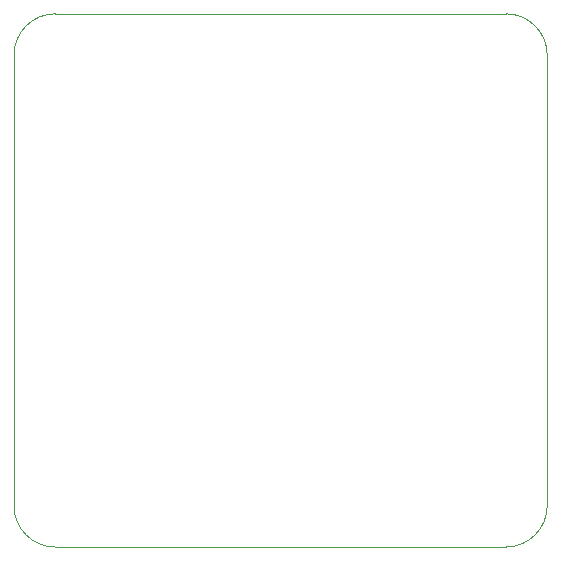
<source format=gbr>
%TF.GenerationSoftware,KiCad,Pcbnew,(6.0.4)*%
%TF.CreationDate,2023-01-27T10:26:40-05:00*%
%TF.ProjectId,charging_on_the_pad,63686172-6769-46e6-975f-6f6e5f746865,rev?*%
%TF.SameCoordinates,Original*%
%TF.FileFunction,Profile,NP*%
%FSLAX46Y46*%
G04 Gerber Fmt 4.6, Leading zero omitted, Abs format (unit mm)*
G04 Created by KiCad (PCBNEW (6.0.4)) date 2023-01-27 10:26:40*
%MOMM*%
%LPD*%
G01*
G04 APERTURE LIST*
%TA.AperFunction,Profile*%
%ADD10C,0.100000*%
%TD*%
G04 APERTURE END LIST*
D10*
X123474874Y-127025126D02*
G75*
G03*
X126974874Y-130525126I3500026J26D01*
G01*
X168625126Y-88874874D02*
G75*
G03*
X165125126Y-85374874I-3500026J-26D01*
G01*
X165125126Y-130525126D02*
X126974874Y-130525126D01*
X123474874Y-127025126D02*
X123474874Y-88874874D01*
X165125126Y-130525126D02*
G75*
G03*
X168625126Y-127025126I-26J3500026D01*
G01*
X165125126Y-85374874D02*
X126974874Y-85374874D01*
X168625126Y-127025126D02*
X168625126Y-88874874D01*
X126974874Y-85374874D02*
G75*
G03*
X123474874Y-88874874I26J-3500026D01*
G01*
M02*

</source>
